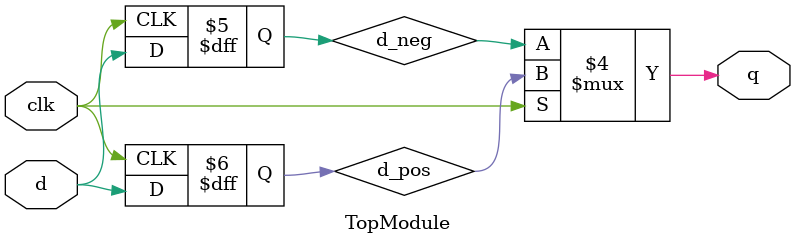
<source format=sv>
module TopModule (
    input logic clk,
    input logic d,
    output logic q
);
    logic d_pos, d_neg;

    always_ff @(posedge clk) begin
        d_pos <= d;
    end

    always_ff @(negedge clk) begin
        d_neg <= d;
    end

    always_comb begin
        q = clk ? d_pos : d_neg;
    end
endmodule
</source>
